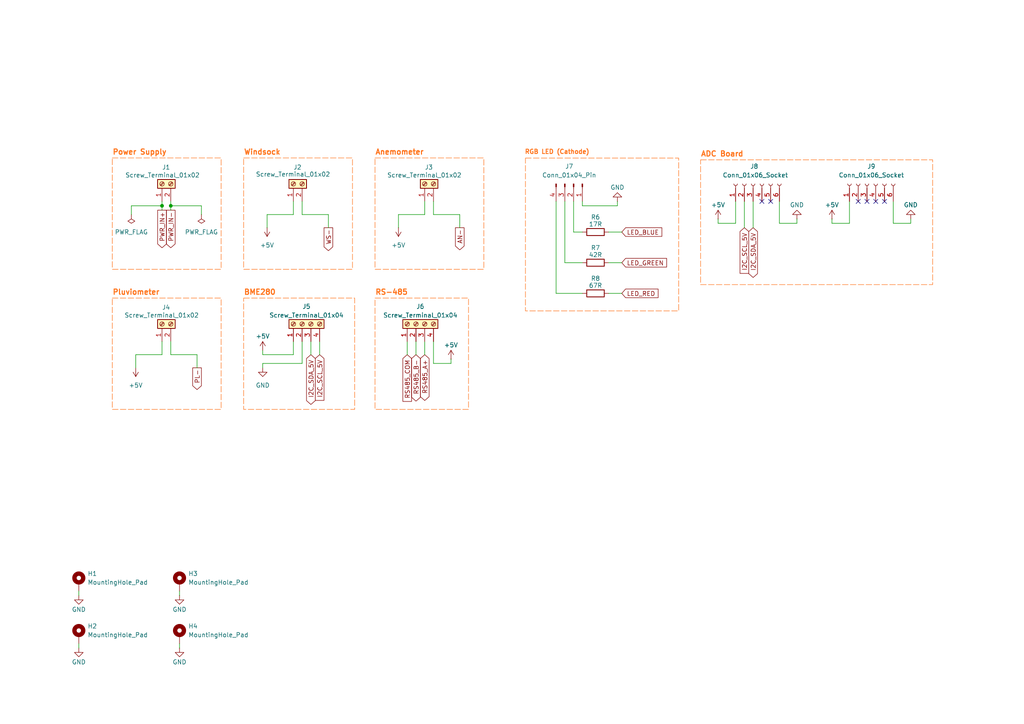
<source format=kicad_sch>
(kicad_sch (version 20250114) (generator "eeschema") (generator_version "9.0")
  (paper "A4")
  (title_block (title "ATL-100 (Multiparametric Station) - Main Board") (date "2025-06-05") (rev "v0.2.0") (company "AgroTechLab (Agribusiness Technology Development Laboratory)") (comment 1 "IFSC (Federal Institute of Santa Catarina)") (comment 2 "Author: Robson Costa (robson.costa@ifsc.edu.br)") (comment 3 "Licensed under CC-BY-SA 4.0") (comment 4 "Terminals"))
  (lib_symbols
    (symbol "Connector:Conn_01x04_Pin" (pin_names (offset 1.016) (hide yes))
      (property "Reference" "J" (at 0 5.08 0))
      (property "Value" "Conn_01x04_Pin" (at 0 -7.62 0))
      (symbol "Conn_01x04_Pin_1_1"
        (rectangle (start 0.8636 2.667) (end 0 2.413) (stroke (width 0.1524)) (fill (type outline)))
        (rectangle (start 0.8636 0.127) (end 0 -0.127) (stroke (width 0.1524)) (fill (type outline)))
        (rectangle (start 0.8636 -2.413) (end 0 -2.667) (stroke (width 0.1524)) (fill (type outline)))
        (rectangle (start 0.8636 -4.953) (end 0 -5.207) (stroke (width 0.1524)) (fill (type outline)))
        (polyline (pts (xy 1.27 2.54) (xy 0.8636 2.54)) (stroke (width 0.1524)))
        (polyline (pts (xy 1.27 0) (xy 0.8636 0)) (stroke (width 0.1524)))
        (polyline (pts (xy 1.27 -2.54) (xy 0.8636 -2.54)) (stroke (width 0.1524)))
        (polyline (pts (xy 1.27 -5.08) (xy 0.8636 -5.08)) (stroke (width 0.1524)))
        (pin passive line (at 5.08 2.54 180) (length 3.81) (name "Pin_1") (number "1"))
        (pin passive line (at 5.08 0 180) (length 3.81) (name "Pin_2") (number "2"))
        (pin passive line (at 5.08 -2.54 180) (length 3.81) (name "Pin_3") (number "3"))
        (pin passive line (at 5.08 -5.08 180) (length 3.81) (name "Pin_4") (number "4"))
      )
    )
    (symbol "Connector:Conn_01x06_Socket" (pin_names (offset 1.016) (hide yes))
      (property "Reference" "J" (at 0 7.62 0))
      (property "Value" "Conn_01x06_Socket" (at 0 -10.16 0))
      (symbol "Conn_01x06_Socket_1_1"
        (polyline (pts (xy -1.27 5.08) (xy -0.508 5.08)) (stroke (width 0.1524)))
        (polyline (pts (xy -1.27 2.54) (xy -0.508 2.54)) (stroke (width 0.1524)))
        (polyline (pts (xy -1.27 0) (xy -0.508 0)) (stroke (width 0.1524)))
        (polyline (pts (xy -1.27 -2.54) (xy -0.508 -2.54)) (stroke (width 0.1524)))
        (polyline (pts (xy -1.27 -5.08) (xy -0.508 -5.08)) (stroke (width 0.1524)))
        (polyline (pts (xy -1.27 -7.62) (xy -0.508 -7.62)) (stroke (width 0.1524)))
        (arc (start 0 4.572) (mid -0.5058 5.08) (end 0 5.588) (stroke (width 0.1524)))
        (arc (start 0 2.032) (mid -0.5058 2.54) (end 0 3.048) (stroke (width 0.1524)))
        (arc (start 0 -0.508) (mid -0.5058 0) (end 0 0.508) (stroke (width 0.1524)))
        (arc (start 0 -3.048) (mid -0.5058 -2.54) (end 0 -2.032) (stroke (width 0.1524)))
        (arc (start 0 -5.588) (mid -0.5058 -5.08) (end 0 -4.572) (stroke (width 0.1524)))
        (arc (start 0 -8.128) (mid -0.5058 -7.62) (end 0 -7.112) (stroke (width 0.1524)))
        (pin passive line (at -5.08 5.08 0) (length 3.81) (name "Pin_1") (number "1"))
        (pin passive line (at -5.08 2.54 0) (length 3.81) (name "Pin_2") (number "2"))
        (pin passive line (at -5.08 0 0) (length 3.81) (name "Pin_3") (number "3"))
        (pin passive line (at -5.08 -2.54 0) (length 3.81) (name "Pin_4") (number "4"))
        (pin passive line (at -5.08 -5.08 0) (length 3.81) (name "Pin_5") (number "5"))
        (pin passive line (at -5.08 -7.62 0) (length 3.81) (name "Pin_6") (number "6"))
      )
    )
    (symbol "Connector:Screw_Terminal_01x02" (pin_names (offset 1.016) (hide yes))
      (property "Reference" "J" (at 0 2.54 0))
      (property "Value" "Screw_Terminal_01x02" (at 0 -5.08 0))
      (symbol "Screw_Terminal_01x02_1_1"
        (rectangle (start -1.27 1.27) (end 1.27 -3.81) (stroke (width 0.254)) (fill (type background)))
        (polyline (pts (xy -0.5334 0.3302) (xy 0.3302 -0.508)) (stroke (width 0.1524)))
        (polyline (pts (xy -0.5334 -2.2098) (xy 0.3302 -3.048)) (stroke (width 0.1524)))
        (polyline (pts (xy -0.3556 0.508) (xy 0.508 -0.3302)) (stroke (width 0.1524)))
        (polyline (pts (xy -0.3556 -2.032) (xy 0.508 -2.8702)) (stroke (width 0.1524)))
        (circle (center 0 0) (radius 0.635) (stroke (width 0.1524)))
        (circle (center 0 -2.54) (radius 0.635) (stroke (width 0.1524)))
        (pin passive line (at -5.08 0 0) (length 3.81) (name "Pin_1") (number "1"))
        (pin passive line (at -5.08 -2.54 0) (length 3.81) (name "Pin_2") (number "2"))
      )
    )
    (symbol "Connector:Screw_Terminal_01x04" (pin_names (offset 1.016) (hide yes))
      (property "Reference" "J" (at 0 5.08 0))
      (property "Value" "Screw_Terminal_01x04" (at 0 -7.62 0))
      (symbol "Screw_Terminal_01x04_1_1"
        (rectangle (start -1.27 3.81) (end 1.27 -6.35) (stroke (width 0.254)) (fill (type background)))
        (polyline (pts (xy -0.5334 2.8702) (xy 0.3302 2.032)) (stroke (width 0.1524)))
        (polyline (pts (xy -0.5334 0.3302) (xy 0.3302 -0.508)) (stroke (width 0.1524)))
        (polyline (pts (xy -0.5334 -2.2098) (xy 0.3302 -3.048)) (stroke (width 0.1524)))
        (polyline (pts (xy -0.5334 -4.7498) (xy 0.3302 -5.588)) (stroke (width 0.1524)))
        (polyline (pts (xy -0.3556 3.048) (xy 0.508 2.2098)) (stroke (width 0.1524)))
        (polyline (pts (xy -0.3556 0.508) (xy 0.508 -0.3302)) (stroke (width 0.1524)))
        (polyline (pts (xy -0.3556 -2.032) (xy 0.508 -2.8702)) (stroke (width 0.1524)))
        (polyline (pts (xy -0.3556 -4.572) (xy 0.508 -5.4102)) (stroke (width 0.1524)))
        (circle (center 0 2.54) (radius 0.635) (stroke (width 0.1524)))
        (circle (center 0 0) (radius 0.635) (stroke (width 0.1524)))
        (circle (center 0 -2.54) (radius 0.635) (stroke (width 0.1524)))
        (circle (center 0 -5.08) (radius 0.635) (stroke (width 0.1524)))
        (pin passive line (at -5.08 2.54 0) (length 3.81) (name "Pin_1") (number "1"))
        (pin passive line (at -5.08 0 0) (length 3.81) (name "Pin_2") (number "2"))
        (pin passive line (at -5.08 -2.54 0) (length 3.81) (name "Pin_3") (number "3"))
        (pin passive line (at -5.08 -5.08 0) (length 3.81) (name "Pin_4") (number "4"))
      )
    )
    (symbol "Device:R" (pin_numbers (hide yes)) (pin_names (offset 0))
      (property "Reference" "R" (at 2.032 0 90))
      (property "Value" "R" (at 0 0 90))
      (symbol "R_0_1"
        (rectangle (start -1.016 -2.54) (end 1.016 2.54) (stroke (width 0.254)))
      )
      (symbol "R_1_1"
        (pin passive line (at 0 3.81 270) (length 1.27) (name "~") (number "1"))
        (pin passive line (at 0 -3.81 90) (length 1.27) (name "~") (number "2"))
      )
    )
    (symbol "Mechanical:MountingHole_Pad" (pin_numbers (hide yes)) (pin_names (offset 1.016) (hide yes)) (exclude_from_sim yes) (in_bom no)
      (property "Reference" "H" (at 0 6.35 0))
      (property "Value" "MountingHole_Pad" (at 0 4.445 0))
      (symbol "MountingHole_Pad_0_1"
        (circle (center 0 1.27) (radius 1.27) (stroke (width 1.27)))
      )
      (symbol "MountingHole_Pad_1_1"
        (pin input line (at 0 -2.54 90) (length 2.54) (name "1") (number "1"))
      )
    )
    (symbol "power:+5V" (power) (pin_numbers (hide yes)) (pin_names (offset 0) (hide yes))
      (property "Value" "+5V" (at 0 3.556 0))
      (symbol "+5V_0_1"
        (polyline (pts (xy -0.762 1.27) (xy 0 2.54)))
        (polyline (pts (xy 0 2.54) (xy 0.762 1.27)))
        (polyline (pts (xy 0 0) (xy 0 2.54)))
      )
      (symbol "+5V_1_1"
        (pin power_in line (at 0 0 90) (length 0) (name "~") (number "1"))
      )
    )
    (symbol "power:GND" (power) (pin_numbers (hide yes)) (pin_names (offset 0) (hide yes))
      (property "Value" "GND" (at 0 -3.81 0))
      (symbol "GND_0_1"
        (polyline (pts (xy 0 0) (xy 0 -1.27) (xy 1.27 -1.27) (xy 0 -2.54) (xy -1.27 -1.27) (xy 0 -1.27)))
      )
      (symbol "GND_1_1"
        (pin power_in line (at 0 0 270) (length 0) (name "~") (number "1"))
      )
    )
    (symbol "power:PWR_FLAG" (power) (pin_numbers (hide yes)) (pin_names (offset 0) (hide yes))
      (property "Value" "PWR_FLAG" (at 0 3.81 0))
      (symbol "PWR_FLAG_0_0"
        (pin power_out line (at 0 0 90) (length 0) (name "~") (number "1"))
      )
      (symbol "PWR_FLAG_0_1"
        (polyline (pts (xy 0 0) (xy 0 1.27) (xy -1.016 1.905) (xy 0 2.54) (xy 1.016 1.905) (xy 0 1.27)))
      )
    )
  )
  (rectangle (start 203.2 46.355) (end 270.51 82.55) (stroke (width 0) (type dash) (color 255 114 26 1)))
  (rectangle (start 108.767 45.811) (end 140.335 78.105) (stroke (width 0) (type dash) (color 255 114 26 1)))
  (rectangle (start 32.567 45.811) (end 64.135 78.105) (stroke (width 0) (type dash) (color 255 114 26 1)))
  (rectangle (start 70.667 86.451) (end 102.87 118.745) (stroke (width 0) (type dash) (color 255 114 26 1)))
  (rectangle (start 70.667 45.811) (end 102.235 78.105) (stroke (width 0) (type dash) (color 255 114 26 1)))
  (rectangle (start 152.4 45.847) (end 196.85 90.17) (stroke (width 0) (type dash) (color 255 114 26 1)))
  (rectangle (start 108.767 86.451) (end 135.89 118.745) (stroke (width 0) (type dash) (color 255 114 26 1)))
  (rectangle (start 32.567 86.451) (end 64.135 118.745) (stroke (width 0) (type dash) (color 255 114 26 1)))
  (text "Anemometer" (at 108.767 45.176 0) (effects (font (size 1.524 1.524) (thickness 0.3048) (bold yes)) (justify left bottom)))
  (text "Windsock" (at 70.667 45.176 0) (effects (font (size 1.524 1.524) (thickness 0.3048) (bold yes)) (justify left bottom)))
  (text "Pluviometer" (at 32.567 85.816 0) (effects (font (size 1.524 1.524) (thickness 0.3048) (bold yes)) (justify left bottom)))
  (text "ADC Board" (at 203.2 45.72 0) (effects (font (size 1.524 1.524) (thickness 0.3048) (bold yes)) (justify left bottom)))
  (text "Power Supply" (at 32.567 45.176 0) (effects (font (size 1.524 1.524) (thickness 0.3048) (bold yes)) (justify left bottom)))
  (text "BME280" (at 70.667 85.816 0) (effects (font (size 1.524 1.524) (thickness 0.3048) (bold yes)) (justify left bottom)))
  (text "RS-485" (at 108.767 85.816 0) (effects (font (size 1.524 1.524) (thickness 0.3048) (bold yes)) (justify left bottom)))
  (text "RGB LED (Cathode)" (at 152.146 44.958 0) (effects (font (size 1.27 1.27) (thickness 0.254) (bold yes)) (justify left bottom)))
  (junction (at 46.99 59.69))
  (junction (at 49.53 59.69))
  (no_connect (at 256.54 58.42))
  (no_connect (at 251.46 58.42))
  (no_connect (at 223.52 58.42))
  (no_connect (at 254 58.42))
  (no_connect (at 248.92 58.42))
  (no_connect (at 220.98 58.42))
  (wire (pts (xy 46.99 58.42) (xy 46.99 59.69)))
  (wire (pts (xy 264.16 64.77) (xy 264.16 63.5)))
  (wire (pts (xy 161.29 85.09) (xy 161.29 58.42)))
  (wire (pts (xy 49.53 58.42) (xy 49.53 59.69)))
  (wire (pts (xy 49.53 59.69) (xy 49.53 60.96)))
  (wire (pts (xy 52.07 186.69) (xy 52.07 187.96)))
  (wire (pts (xy 120.65 99.06) (xy 120.65 102.87)))
  (wire (pts (xy 125.73 105.41) (xy 130.81 105.41)))
  (wire (pts (xy 90.17 99.06) (xy 90.17 102.87)))
  (wire (pts (xy 241.3 64.77) (xy 241.3 63.5)))
  (wire (pts (xy 123.19 99.06) (xy 123.19 102.87)))
  (wire (pts (xy 168.91 67.31) (xy 166.37 67.31)))
  (wire (pts (xy 38.1 62.23) (xy 38.1 59.69)))
  (wire (pts (xy 95.25 62.23) (xy 95.25 66.04)))
  (wire (pts (xy 168.91 58.42) (xy 168.91 59.69)))
  (wire (pts (xy 168.91 85.09) (xy 161.29 85.09)))
  (wire (pts (xy 259.08 58.42) (xy 259.08 64.77)))
  (wire (pts (xy 226.06 64.77) (xy 231.14 64.77)))
  (wire (pts (xy 176.53 76.2) (xy 180.34 76.2)))
  (wire (pts (xy 39.37 102.87) (xy 39.37 106.68)))
  (wire (pts (xy 213.36 64.77) (xy 213.36 58.42)))
  (wire (pts (xy 176.53 85.09) (xy 180.34 85.09)))
  (wire (pts (xy 58.42 59.69) (xy 49.53 59.69)))
  (wire (pts (xy 95.25 62.23) (xy 87.63 62.23)))
  (wire (pts (xy 163.83 58.42) (xy 163.83 76.2)))
  (wire (pts (xy 22.86 171.45) (xy 22.86 172.72)))
  (wire (pts (xy 115.57 62.23) (xy 123.19 62.23)))
  (wire (pts (xy 46.99 59.69) (xy 46.99 60.96)))
  (wire (pts (xy 87.63 62.23) (xy 87.63 58.42)))
  (wire (pts (xy 125.73 62.23) (xy 125.73 58.42)))
  (wire (pts (xy 208.28 64.77) (xy 213.36 64.77)))
  (wire (pts (xy 246.38 64.77) (xy 241.3 64.77)))
  (wire (pts (xy 179.07 59.69) (xy 179.07 58.42)))
  (wire (pts (xy 87.63 105.41) (xy 76.2 105.41)))
  (wire (pts (xy 133.35 62.23) (xy 133.35 66.04)))
  (wire (pts (xy 77.47 62.23) (xy 85.09 62.23)))
  (wire (pts (xy 49.53 102.87) (xy 49.53 99.06)))
  (wire (pts (xy 52.07 171.45) (xy 52.07 172.72)))
  (wire (pts (xy 125.73 62.23) (xy 133.35 62.23)))
  (wire (pts (xy 176.53 67.31) (xy 180.34 67.31)))
  (wire (pts (xy 76.2 105.41) (xy 76.2 106.68)))
  (wire (pts (xy 87.63 99.06) (xy 87.63 105.41)))
  (wire (pts (xy 226.06 58.42) (xy 226.06 64.77)))
  (wire (pts (xy 22.86 186.69) (xy 22.86 187.96)))
  (wire (pts (xy 130.81 105.41) (xy 130.81 104.14)))
  (wire (pts (xy 92.71 99.06) (xy 92.71 102.87)))
  (wire (pts (xy 77.47 66.04) (xy 77.47 62.23)))
  (wire (pts (xy 215.9 66.04) (xy 215.9 58.42)))
  (wire (pts (xy 58.42 62.23) (xy 58.42 59.69)))
  (wire (pts (xy 166.37 58.42) (xy 166.37 67.31)))
  (wire (pts (xy 115.57 66.04) (xy 115.57 62.23)))
  (wire (pts (xy 118.11 99.06) (xy 118.11 102.87)))
  (wire (pts (xy 259.08 64.77) (xy 264.16 64.77)))
  (wire (pts (xy 125.73 99.06) (xy 125.73 105.41)))
  (wire (pts (xy 46.99 99.06) (xy 46.99 102.87)))
  (wire (pts (xy 85.09 102.87) (xy 85.09 99.06)))
  (wire (pts (xy 57.15 102.87) (xy 57.15 106.68)))
  (wire (pts (xy 163.83 76.2) (xy 168.91 76.2)))
  (wire (pts (xy 85.09 58.42) (xy 85.09 62.23)))
  (wire (pts (xy 208.28 64.77) (xy 208.28 63.5)))
  (wire (pts (xy 231.14 64.77) (xy 231.14 63.5)))
  (wire (pts (xy 46.99 102.87) (xy 39.37 102.87)))
  (wire (pts (xy 38.1 59.69) (xy 46.99 59.69)))
  (wire (pts (xy 76.2 102.87) (xy 85.09 102.87)))
  (wire (pts (xy 168.91 59.69) (xy 179.07 59.69)))
  (wire (pts (xy 218.44 66.04) (xy 218.44 58.42)))
  (wire (pts (xy 57.15 102.87) (xy 49.53 102.87)))
  (wire (pts (xy 76.2 102.87) (xy 76.2 101.6)))
  (wire (pts (xy 246.38 58.42) (xy 246.38 64.77)))
  (wire (pts (xy 123.19 58.42) (xy 123.19 62.23)))
  (global_label "WS-" (shape output) (at 95.25 66.04 270) (property "Intersheetrefs" "${INTERSHEET_REFS}" (effects (hide yes))))
  (global_label "PWR_IN-" (shape output) (at 49.53 60.96 270) (property "Intersheetrefs" "${INTERSHEET_REFS}" (effects (hide yes))))
  (global_label "RS485_A+" (shape bidirectional) (at 123.19 102.87 270) (property "Intersheetrefs" "${INTERSHEET_REFS}" (effects (hide yes))))
  (global_label "LED_GREEN" (shape input) (at 180.34 76.2 0) (property "Intersheetrefs" "${INTERSHEET_REFS}" (effects (hide yes))))
  (global_label "RS485_COM" (shape input) (at 118.11 102.87 270) (property "Intersheetrefs" "${INTERSHEET_REFS}" (effects (hide yes))))
  (global_label "PL-" (shape output) (at 57.15 106.68 270) (property "Intersheetrefs" "${INTERSHEET_REFS}" (effects (hide yes))))
  (global_label "I2C_SDA_5V" (shape bidirectional) (at 218.44 66.04 270) (property "Intersheetrefs" "${INTERSHEET_REFS}" (effects (hide yes))))
  (global_label "I2C_SCL_5V" (shape input) (at 92.71 102.87 270) (property "Intersheetrefs" "${INTERSHEET_REFS}" (effects (hide yes))))
  (global_label "PWR_IN+" (shape output) (at 46.99 60.96 270) (property "Intersheetrefs" "${INTERSHEET_REFS}" (effects (hide yes))))
  (global_label "I2C_SCL_5V" (shape input) (at 215.9 66.04 270) (property "Intersheetrefs" "${INTERSHEET_REFS}" (effects (hide yes))))
  (global_label "AN-" (shape output) (at 133.35 66.04 270) (property "Intersheetrefs" "${INTERSHEET_REFS}" (effects (hide yes))))
  (global_label "LED_RED" (shape input) (at 180.34 85.09 0) (property "Intersheetrefs" "${INTERSHEET_REFS}" (effects (hide yes))))
  (global_label "RS485_B-" (shape bidirectional) (at 120.65 102.87 270) (property "Intersheetrefs" "${INTERSHEET_REFS}" (effects (hide yes))))
  (global_label "LED_BLUE" (shape input) (at 180.34 67.31 0) (property "Intersheetrefs" "${INTERSHEET_REFS}" (effects (hide yes))))
  (global_label "I2C_SDA_5V" (shape bidirectional) (at 90.17 102.87 270) (property "Intersheetrefs" "${INTERSHEET_REFS}" (effects (hide yes))))
  (symbol (lib_id "Device:R") (at 172.72 67.31 90) (unit 1)
    (property "Reference" "R6" (at 172.72 62.992 90))
    (property "Value" "17R" (at 172.72 65.024 90))
    (property "Footprint" "Resistor_THT:R_Axial_DIN0207_L6.3mm_D2.5mm_P10.16mm_Horizontal" (effects (hide yes)))
    (property "Description" "Metal Film Resistor, 17Ω, 1%, 1/4W" (effects (hide yes)))
    (property "Manufacturer" "Std" (effects (hide yes)))
    (property "Part Number" "Std" (effects (hide yes)))
  )
  (symbol (lib_id "power:GND") (at 179.07 58.42 180) (unit 1)
    (property "Reference" "#PWR011" (effects (hide yes)))
    (property "Value" "GND" (at 179.07 54.356 0))
    (property "Description" "Power symbol creates a global label with name \"GND\" , ground" (effects (hide yes)))
  )
  (symbol (lib_id "Connector:Screw_Terminal_01x02") (at 46.99 93.98 90) (unit 1)
    (property "Reference" "J4" (at 46.99 89.154 90) (effects (justify right)))
    (property "Value" "Screw_Terminal_01x02" (at 36.068 91.44 90) (effects (justify right)))
    (property "Footprint" "TerminalBlock_Phoenix:TerminalBlock_Phoenix_MKDS-1,5-2-5.08_1x02_P5.08mm_Horizontal" (effects (hide yes)))
    (property "Description" "Fixed Terminal Blocks, screw type, 5.00 , horizontal, 2 poles, PCB mount" (effects (hide yes)))
    (property "Manufacturer" "Std" (effects (hide yes)))
    (property "Part Number" "Std" (effects (hide yes)))
  )
  (symbol (lib_id "power:+5V") (at 77.47 66.04 180) (unit 1)
    (property "Reference" "#PWR08" (effects (hide yes)))
    (property "Value" "+5V" (at 77.47 71.12 0))
    (property "Description" "Power symbol creates a global label with name \"+5V\"" (effects (hide yes)))
  )
  (symbol (lib_id "Device:R") (at 172.72 76.2 90) (unit 1)
    (property "Reference" "R7" (at 172.72 71.882 90))
    (property "Value" "42R" (at 172.72 73.914 90))
    (property "Footprint" "Resistor_THT:R_Axial_DIN0207_L6.3mm_D2.5mm_P10.16mm_Horizontal" (effects (hide yes)))
    (property "Description" "Metal Film Resistor, 42Ω, 1%, 1/4W" (effects (hide yes)))
    (property "Manufacturer" "Std" (effects (hide yes)))
    (property "Part Number" "Std" (effects (hide yes)))
  )
  (symbol (lib_id "power:PWR_FLAG") (at 58.42 62.23 180) (unit 1)
    (property "Reference" "#FLG02" (effects (hide yes)))
    (property "Value" "PWR_FLAG" (at 58.42 67.31 0))
    (property "Description" "Special symbol for telling ERC where power comes from" (effects (hide yes)))
  )
  (symbol (lib_id "power:GND") (at 22.86 172.72 0) (unit 1)
    (property "Reference" "#PWR01" (effects (hide yes)))
    (property "Value" "GND" (at 22.86 176.784 0))
    (property "Description" "Power symbol creates a global label with name \"GND\" , ground" (effects (hide yes)))
  )
  (symbol (lib_id "Connector:Conn_01x04_Pin") (at 166.37 53.34 270) (unit 1)
    (property "Reference" "J7" (at 165.1 48.26 90))
    (property "Value" "Conn_01x04_Pin" (at 165.1 50.8 90))
    (property "Footprint" "Connector_PinHeader_2.54mm:PinHeader_1x04_P2.54mm_Horizontal" (effects (hide yes)))
    (property "Description" "Generic connector, single row, 01x04, script generated" (effects (hide yes)))
  )
  (symbol (lib_id "Connector:Screw_Terminal_01x02") (at 46.99 53.34 90) (unit 1)
    (property "Reference" "J1" (at 46.99 48.514 90) (effects (justify right)))
    (property "Value" "Screw_Terminal_01x02" (at 36.322 50.8 90) (effects (justify right)))
    (property "Footprint" "TerminalBlock_Phoenix:TerminalBlock_Phoenix_MKDS-1,5-2-5.08_1x02_P5.08mm_Horizontal" (effects (hide yes)))
    (property "Description" "Fixed Terminal Blocks, screw type, 5.00 , horizontal, 2 poles, PCB mount" (effects (hide yes)))
    (property "Manufacturer" "Std" (effects (hide yes)))
    (property "Part Number" "Std" (effects (hide yes)))
  )
  (symbol (lib_id "Connector:Screw_Terminal_01x02") (at 123.19 53.34 90) (unit 1)
    (property "Reference" "J3" (at 123.19 48.514 90) (effects (justify right)))
    (property "Value" "Screw_Terminal_01x02" (at 112.268 50.8 90) (effects (justify right)))
    (property "Footprint" "TerminalBlock_Phoenix:TerminalBlock_Phoenix_MKDS-1,5-2-5.08_1x02_P5.08mm_Horizontal" (effects (hide yes)))
    (property "Description" "Fixed Terminal Blocks, screw type, 5.00 , horizontal, 2 poles, PCB mount" (effects (hide yes)))
    (property "Manufacturer" "Std" (effects (hide yes)))
    (property "Part Number" "Std" (effects (hide yes)))
  )
  (symbol (lib_id "Connector:Screw_Terminal_01x02") (at 85.09 53.34 90) (unit 1)
    (property "Reference" "J2" (at 85.09 48.514 90) (effects (justify right)))
    (property "Value" "Screw_Terminal_01x02" (at 74.168 50.546 90) (effects (justify right)))
    (property "Footprint" "TerminalBlock_Phoenix:TerminalBlock_Phoenix_MKDS-1,5-2-5.08_1x02_P5.08mm_Horizontal" (effects (hide yes)))
    (property "Description" "Fixed Terminal Blocks, screw type, 5.00 , horizontal, 2 poles, PCB mount" (effects (hide yes)))
    (property "Manufacturer" "Std" (effects (hide yes)))
    (property "Part Number" "Std" (effects (hide yes)))
  )
  (symbol (lib_id "power:GND") (at 264.16 63.5 180) (unit 1)
    (property "Reference" "#PWR015" (effects (hide yes)))
    (property "Value" "GND" (at 264.16 59.436 0))
    (property "Description" "Power symbol creates a global label with name \"GND\" , ground" (effects (hide yes)))
  )
  (symbol (lib_id "Connector:Conn_01x06_Socket") (at 218.44 53.34 90) (unit 1)
    (property "Reference" "J8" (at 219.964 48.26 90) (effects (justify left)))
    (property "Value" "Conn_01x06_Socket" (at 228.6 50.8 90) (effects (justify left)))
    (property "Footprint" "Connector_PinSocket_2.54mm:PinSocket_1x06_P2.54mm_Vertical" (effects (hide yes)))
    (property "Description" "Generic connector, single row, 01x06, script generated" (effects (hide yes)))
  )
  (symbol (lib_id "Mechanical:MountingHole_Pad") (at 22.86 184.15 0) (unit 1) (exclude_from_sim yes) (in_bom no)
    (property "Reference" "H2" (at 25.4 181.6099 0) (effects (justify left)))
    (property "Value" "MountingHole_Pad" (at 25.4 184.1499 0) (effects (justify left)))
    (property "Footprint" "MountingHole:MountingHole_2.2mm_M2_Pad_Via" (effects (hide yes)))
    (property "Description" "Mounting Hole with connection" (effects (hide yes)))
  )
  (symbol (lib_id "Connector:Screw_Terminal_01x04") (at 120.65 93.98 90) (unit 1)
    (property "Reference" "J6" (at 121.92 88.9 90))
    (property "Value" "Screw_Terminal_01x04" (at 121.92 91.44 90))
    (property "Footprint" "TerminalBlock_Phoenix:TerminalBlock_Phoenix_MKDS-1,5-4-5.08_1x04_P5.08mm_Horizontal" (effects (hide yes)))
    (property "Description" "Generic screw terminal, single row, 01x04, script generated (kicad-library-utils/schlib/autogen/connector/)" (effects (hide yes)))
    (property "Manufacturer" "Std" (effects (hide yes)))
    (property "Part Number" "Std" (effects (hide yes)))
  )
  (symbol (lib_id "power:GND") (at 52.07 187.96 0) (unit 1)
    (property "Reference" "#PWR05" (effects (hide yes)))
    (property "Value" "GND" (at 52.07 192.024 0))
    (property "Description" "Power symbol creates a global label with name \"GND\" , ground" (effects (hide yes)))
  )
  (symbol (lib_id "Connector:Screw_Terminal_01x04") (at 87.63 93.98 90) (unit 1)
    (property "Reference" "J5" (at 88.9 88.9 90))
    (property "Value" "Screw_Terminal_01x04" (at 88.9 91.44 90))
    (property "Footprint" "TerminalBlock_Phoenix:TerminalBlock_Phoenix_MKDS-1,5-4-5.08_1x04_P5.08mm_Horizontal" (effects (hide yes)))
    (property "Description" "Generic screw terminal, single row, 01x04, script generated (kicad-library-utils/schlib/autogen/connector/)" (effects (hide yes)))
    (property "Manufacturer" "Std" (effects (hide yes)))
    (property "Part Number" "Std" (effects (hide yes)))
  )
  (symbol (lib_id "power:+5V") (at 76.2 101.6 0) (unit 1)
    (property "Reference" "#PWR06" (effects (hide yes)))
    (property "Value" "+5V" (at 76.2 97.536 0))
    (property "Description" "Power symbol creates a global label with name \"+5V\"" (effects (hide yes)))
  )
  (symbol (lib_id "power:+5V") (at 115.57 66.04 180) (unit 1)
    (property "Reference" "#PWR010" (effects (hide yes)))
    (property "Value" "+5V" (at 115.57 71.12 0))
    (property "Description" "Power symbol creates a global label with name \"+5V\"" (effects (hide yes)))
  )
  (symbol (lib_id "Mechanical:MountingHole_Pad") (at 52.07 184.15 0) (unit 1) (exclude_from_sim yes) (in_bom no)
    (property "Reference" "H4" (at 54.61 181.6099 0) (effects (justify left)))
    (property "Value" "MountingHole_Pad" (at 54.61 184.1499 0) (effects (justify left)))
    (property "Footprint" "MountingHole:MountingHole_2.2mm_M2_Pad_Via" (effects (hide yes)))
    (property "Description" "Mounting Hole with connection" (effects (hide yes)))
  )
  (symbol (lib_id "power:+5V") (at 130.81 104.14 0) (unit 1)
    (property "Reference" "#PWR09" (effects (hide yes)))
    (property "Value" "+5V" (at 130.81 100.076 0))
    (property "Description" "Power symbol creates a global label with name \"+5V\"" (effects (hide yes)))
  )
  (symbol (lib_id "Mechanical:MountingHole_Pad") (at 22.86 168.91 0) (unit 1) (exclude_from_sim yes) (in_bom no)
    (property "Reference" "H1" (at 25.4 166.3699 0) (effects (justify left)))
    (property "Value" "MountingHole_Pad" (at 25.4 168.9099 0) (effects (justify left)))
    (property "Footprint" "MountingHole:MountingHole_2.2mm_M2_Pad_Via" (effects (hide yes)))
    (property "Description" "Mounting Hole with connection" (effects (hide yes)))
  )
  (symbol (lib_id "power:+5V") (at 241.3 63.5 0) (unit 1)
    (property "Reference" "#PWR014" (effects (hide yes)))
    (property "Value" "+5V" (at 241.3 59.436 0))
    (property "Description" "Power symbol creates a global label with name \"+5V\"" (effects (hide yes)))
  )
  (symbol (lib_id "power:GND") (at 52.07 172.72 0) (unit 1)
    (property "Reference" "#PWR04" (effects (hide yes)))
    (property "Value" "GND" (at 52.07 176.784 0))
    (property "Description" "Power symbol creates a global label with name \"GND\" , ground" (effects (hide yes)))
  )
  (symbol (lib_id "power:GND") (at 76.2 106.68 0) (unit 1)
    (property "Reference" "#PWR07" (effects (hide yes)))
    (property "Value" "GND" (at 76.2 111.76 0))
    (property "Description" "Power symbol creates a global label with name \"GND\" , ground" (effects (hide yes)))
  )
  (symbol (lib_id "Connector:Conn_01x06_Socket") (at 251.46 53.34 90) (unit 1)
    (property "Reference" "J9" (at 252.73 48.26 90))
    (property "Value" "Conn_01x06_Socket" (at 252.73 50.8 90))
    (property "Footprint" "Connector_PinSocket_2.54mm:PinSocket_1x06_P2.54mm_Vertical" (effects (hide yes)))
    (property "Description" "Generic connector, single row, 01x06, script generated" (effects (hide yes)))
  )
  (symbol (lib_id "power:+5V") (at 208.28 63.5 0) (unit 1)
    (property "Reference" "#PWR012" (effects (hide yes)))
    (property "Value" "+5V" (at 208.28 59.436 0))
    (property "Description" "Power symbol creates a global label with name \"+5V\"" (effects (hide yes)))
  )
  (symbol (lib_id "power:PWR_FLAG") (at 38.1 62.23 180) (unit 1)
    (property "Reference" "#FLG01" (effects (hide yes)))
    (property "Value" "PWR_FLAG" (at 38.1 67.31 0))
    (property "Description" "Special symbol for telling ERC where power comes from" (effects (hide yes)))
  )
  (symbol (lib_id "power:GND") (at 22.86 187.96 0) (unit 1)
    (property "Reference" "#PWR02" (effects (hide yes)))
    (property "Value" "GND" (at 22.86 192.024 0))
    (property "Description" "Power symbol creates a global label with name \"GND\" , ground" (effects (hide yes)))
  )
  (symbol (lib_id "power:GND") (at 231.14 63.5 180) (unit 1)
    (property "Reference" "#PWR013" (effects (hide yes)))
    (property "Value" "GND" (at 231.14 59.436 0))
    (property "Description" "Power symbol creates a global label with name \"GND\" , ground" (effects (hide yes)))
  )
  (symbol (lib_id "Device:R") (at 172.72 85.09 90) (unit 1)
    (property "Reference" "R8" (at 172.72 80.772 90))
    (property "Value" "67R" (at 172.72 82.804 90))
    (property "Footprint" "Resistor_THT:R_Axial_DIN0207_L6.3mm_D2.5mm_P10.16mm_Horizontal" (effects (hide yes)))
    (property "Description" "Metal Film Resistor, 67Ω, 1%, 1/4W" (effects (hide yes)))
    (property "Manufacturer" "Std" (effects (hide yes)))
    (property "Part Number" "Std" (effects (hide yes)))
  )
  (symbol (lib_id "Mechanical:MountingHole_Pad") (at 52.07 168.91 0) (unit 1) (exclude_from_sim yes) (in_bom no)
    (property "Reference" "H3" (at 54.61 166.3699 0) (effects (justify left)))
    (property "Value" "MountingHole_Pad" (at 54.61 168.9099 0) (effects (justify left)))
    (property "Footprint" "MountingHole:MountingHole_2.2mm_M2_Pad_Via" (effects (hide yes)))
    (property "Description" "Mounting Hole with connection" (effects (hide yes)))
  )
  (symbol (lib_id "power:+5V") (at 39.37 106.68 180) (unit 1)
    (property "Reference" "#PWR03" (effects (hide yes)))
    (property "Value" "+5V" (at 39.37 111.76 0))
    (property "Description" "Power symbol creates a global label with name \"+5V\"" (effects (hide yes)))
  )
)
</source>
